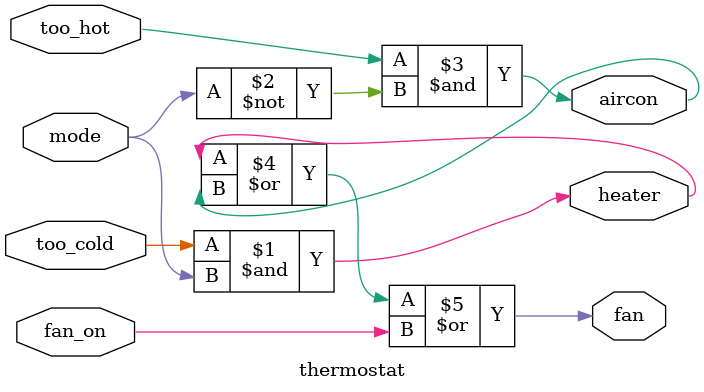
<source format=sv>
module thermostat (
    input  too_cold,
    input  too_hot ,
    input  mode    ,
    input  fan_on  ,
    output heater  ,
    output aircon  ,
    output fan
  );

  assign heater = too_cold & mode;
  assign aircon = too_hot & ~mode;
  assign fan    = (heater | aircon | fan_on);

endmodule

</source>
